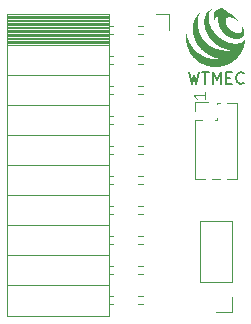
<source format=gbr>
%TF.GenerationSoftware,KiCad,Pcbnew,8.0.3*%
%TF.CreationDate,2024-06-30T20:41:51+08:00*%
%TF.ProjectId,WT_Jlink_Adapter,57545f4a-6c69-46e6-9b5f-416461707465,rev?*%
%TF.SameCoordinates,Original*%
%TF.FileFunction,Legend,Top*%
%TF.FilePolarity,Positive*%
%FSLAX46Y46*%
G04 Gerber Fmt 4.6, Leading zero omitted, Abs format (unit mm)*
G04 Created by KiCad (PCBNEW 8.0.3) date 2024-06-30 20:41:51*
%MOMM*%
%LPD*%
G01*
G04 APERTURE LIST*
%ADD10C,0.100000*%
%ADD11C,0.200000*%
%ADD12C,0.120000*%
%ADD13C,0.000000*%
G04 APERTURE END LIST*
D10*
X116757419Y-95288306D02*
X116757419Y-95859734D01*
X116757419Y-95574020D02*
X115757419Y-95574020D01*
X115757419Y-95574020D02*
X115900276Y-95669258D01*
X115900276Y-95669258D02*
X115995514Y-95764496D01*
X115995514Y-95764496D02*
X116043133Y-95859734D01*
D11*
X115381435Y-93584219D02*
X115619530Y-94584219D01*
X115619530Y-94584219D02*
X115810006Y-93869933D01*
X115810006Y-93869933D02*
X116000482Y-94584219D01*
X116000482Y-94584219D02*
X116238578Y-93584219D01*
X116476673Y-93584219D02*
X117048101Y-93584219D01*
X116762387Y-94584219D02*
X116762387Y-93584219D01*
X117381435Y-94584219D02*
X117381435Y-93584219D01*
X117381435Y-93584219D02*
X117714768Y-94298504D01*
X117714768Y-94298504D02*
X118048101Y-93584219D01*
X118048101Y-93584219D02*
X118048101Y-94584219D01*
X118524292Y-94060409D02*
X118857625Y-94060409D01*
X119000482Y-94584219D02*
X118524292Y-94584219D01*
X118524292Y-94584219D02*
X118524292Y-93584219D01*
X118524292Y-93584219D02*
X119000482Y-93584219D01*
X120000482Y-94488980D02*
X119952863Y-94536600D01*
X119952863Y-94536600D02*
X119810006Y-94584219D01*
X119810006Y-94584219D02*
X119714768Y-94584219D01*
X119714768Y-94584219D02*
X119571911Y-94536600D01*
X119571911Y-94536600D02*
X119476673Y-94441361D01*
X119476673Y-94441361D02*
X119429054Y-94346123D01*
X119429054Y-94346123D02*
X119381435Y-94155647D01*
X119381435Y-94155647D02*
X119381435Y-94012790D01*
X119381435Y-94012790D02*
X119429054Y-93822314D01*
X119429054Y-93822314D02*
X119476673Y-93727076D01*
X119476673Y-93727076D02*
X119571911Y-93631838D01*
X119571911Y-93631838D02*
X119714768Y-93584219D01*
X119714768Y-93584219D02*
X119810006Y-93584219D01*
X119810006Y-93584219D02*
X119952863Y-93631838D01*
X119952863Y-93631838D02*
X120000482Y-93679457D01*
D12*
%TO.C,J1*%
X99937000Y-88688000D02*
X99937000Y-114208000D01*
X99937000Y-88688000D02*
X108567000Y-88688000D01*
X99937000Y-88808000D02*
X108567000Y-88808000D01*
X99937000Y-88926095D02*
X108567000Y-88926095D01*
X99937000Y-89044190D02*
X108567000Y-89044190D01*
X99937000Y-89162285D02*
X108567000Y-89162285D01*
X99937000Y-89280380D02*
X108567000Y-89280380D01*
X99937000Y-89398475D02*
X108567000Y-89398475D01*
X99937000Y-89516570D02*
X108567000Y-89516570D01*
X99937000Y-89634665D02*
X108567000Y-89634665D01*
X99937000Y-89752760D02*
X108567000Y-89752760D01*
X99937000Y-89870855D02*
X108567000Y-89870855D01*
X99937000Y-89988950D02*
X108567000Y-89988950D01*
X99937000Y-90107045D02*
X108567000Y-90107045D01*
X99937000Y-90225140D02*
X108567000Y-90225140D01*
X99937000Y-90343235D02*
X108567000Y-90343235D01*
X99937000Y-90461330D02*
X108567000Y-90461330D01*
X99937000Y-90579425D02*
X108567000Y-90579425D01*
X99937000Y-90697520D02*
X108567000Y-90697520D01*
X99937000Y-90815615D02*
X108567000Y-90815615D01*
X99937000Y-90933710D02*
X108567000Y-90933710D01*
X99937000Y-91051805D02*
X108567000Y-91051805D01*
X99937000Y-91169900D02*
X108567000Y-91169900D01*
X99937000Y-91288000D02*
X108567000Y-91288000D01*
X99937000Y-93828000D02*
X108567000Y-93828000D01*
X99937000Y-96368000D02*
X108567000Y-96368000D01*
X99937000Y-98908000D02*
X108567000Y-98908000D01*
X99937000Y-101448000D02*
X108567000Y-101448000D01*
X99937000Y-103988000D02*
X108567000Y-103988000D01*
X99937000Y-106528000D02*
X108567000Y-106528000D01*
X99937000Y-109068000D02*
X108567000Y-109068000D01*
X99937000Y-111608000D02*
X108567000Y-111608000D01*
X99937000Y-114208000D02*
X108567000Y-114208000D01*
X108567000Y-88688000D02*
X108567000Y-114208000D01*
X108567000Y-89658000D02*
X108977000Y-89658000D01*
X108567000Y-90378000D02*
X108977000Y-90378000D01*
X108567000Y-92198000D02*
X108977000Y-92198000D01*
X108567000Y-92918000D02*
X108977000Y-92918000D01*
X108567000Y-94738000D02*
X108977000Y-94738000D01*
X108567000Y-95458000D02*
X108977000Y-95458000D01*
X108567000Y-97278000D02*
X108977000Y-97278000D01*
X108567000Y-97998000D02*
X108977000Y-97998000D01*
X108567000Y-99818000D02*
X108977000Y-99818000D01*
X108567000Y-100538000D02*
X108977000Y-100538000D01*
X108567000Y-102358000D02*
X108977000Y-102358000D01*
X108567000Y-103078000D02*
X108977000Y-103078000D01*
X108567000Y-104898000D02*
X108977000Y-104898000D01*
X108567000Y-105618000D02*
X108977000Y-105618000D01*
X108567000Y-107438000D02*
X108977000Y-107438000D01*
X108567000Y-108158000D02*
X108977000Y-108158000D01*
X108567000Y-109978000D02*
X108977000Y-109978000D01*
X108567000Y-110698000D02*
X108977000Y-110698000D01*
X108567000Y-112518000D02*
X108977000Y-112518000D01*
X108567000Y-113238000D02*
X108977000Y-113238000D01*
X111077000Y-89658000D02*
X111457000Y-89658000D01*
X111077000Y-90378000D02*
X111457000Y-90378000D01*
X111077000Y-92198000D02*
X111517000Y-92198000D01*
X111077000Y-92918000D02*
X111517000Y-92918000D01*
X111077000Y-94738000D02*
X111517000Y-94738000D01*
X111077000Y-95458000D02*
X111517000Y-95458000D01*
X111077000Y-97278000D02*
X111517000Y-97278000D01*
X111077000Y-97998000D02*
X111517000Y-97998000D01*
X111077000Y-99818000D02*
X111517000Y-99818000D01*
X111077000Y-100538000D02*
X111517000Y-100538000D01*
X111077000Y-102358000D02*
X111517000Y-102358000D01*
X111077000Y-103078000D02*
X111517000Y-103078000D01*
X111077000Y-104898000D02*
X111517000Y-104898000D01*
X111077000Y-105618000D02*
X111517000Y-105618000D01*
X111077000Y-107438000D02*
X111517000Y-107438000D01*
X111077000Y-108158000D02*
X111517000Y-108158000D01*
X111077000Y-109978000D02*
X111517000Y-109978000D01*
X111077000Y-110698000D02*
X111517000Y-110698000D01*
X111077000Y-112518000D02*
X111517000Y-112518000D01*
X111077000Y-113238000D02*
X111517000Y-113238000D01*
X112567000Y-88688000D02*
X113677000Y-88688000D01*
X113677000Y-88688000D02*
X113677000Y-90018000D01*
D13*
%TO.C,LOGO1*%
G36*
X118082515Y-88153544D02*
G01*
X118101414Y-88154756D01*
X118113301Y-88156559D01*
X118115993Y-88157825D01*
X118122916Y-88161665D01*
X118136553Y-88165357D01*
X118141563Y-88166263D01*
X118158407Y-88169731D01*
X118171656Y-88173767D01*
X118173631Y-88174644D01*
X118184932Y-88179328D01*
X118201106Y-88184979D01*
X118205333Y-88186325D01*
X118248551Y-88203009D01*
X118296773Y-88227416D01*
X118348183Y-88258494D01*
X118400964Y-88295196D01*
X118423229Y-88312133D01*
X118446440Y-88331426D01*
X118473666Y-88355908D01*
X118502904Y-88383590D01*
X118532149Y-88412484D01*
X118559399Y-88440599D01*
X118582650Y-88465949D01*
X118599898Y-88486544D01*
X118602790Y-88490378D01*
X118610152Y-88499368D01*
X118619181Y-88507735D01*
X118631462Y-88516465D01*
X118648582Y-88526545D01*
X118672126Y-88538960D01*
X118703682Y-88554696D01*
X118715710Y-88560584D01*
X118751527Y-88578475D01*
X118789301Y-88598040D01*
X118825767Y-88617541D01*
X118857658Y-88635242D01*
X118875041Y-88645349D01*
X118903706Y-88662491D01*
X118924790Y-88675151D01*
X118940238Y-88684571D01*
X118951993Y-88691991D01*
X118961999Y-88698651D01*
X118972200Y-88705793D01*
X118984541Y-88714656D01*
X118991489Y-88719666D01*
X119009979Y-88732955D01*
X119026341Y-88744655D01*
X119037302Y-88752424D01*
X119037980Y-88752898D01*
X119045965Y-88759023D01*
X119060858Y-88770952D01*
X119081038Y-88787368D01*
X119104885Y-88806952D01*
X119127555Y-88825712D01*
X119188681Y-88878409D01*
X119249458Y-88934451D01*
X119307023Y-88991091D01*
X119358513Y-89045583D01*
X119369640Y-89058025D01*
X119385620Y-89076667D01*
X119404274Y-89099305D01*
X119424390Y-89124368D01*
X119444758Y-89150284D01*
X119464169Y-89175482D01*
X119481412Y-89198391D01*
X119495277Y-89217440D01*
X119504555Y-89231058D01*
X119508034Y-89237674D01*
X119508036Y-89237722D01*
X119504229Y-89241690D01*
X119495176Y-89239972D01*
X119486326Y-89234503D01*
X119476391Y-89227352D01*
X119459005Y-89216016D01*
X119436360Y-89201836D01*
X119410648Y-89186148D01*
X119384059Y-89170291D01*
X119358785Y-89155604D01*
X119338666Y-89144324D01*
X119313799Y-89131019D01*
X119285282Y-89116229D01*
X119254842Y-89100797D01*
X119224208Y-89085566D01*
X119195108Y-89071381D01*
X119169268Y-89059085D01*
X119148418Y-89049522D01*
X119134285Y-89043536D01*
X119128916Y-89041888D01*
X119118176Y-89038750D01*
X119116166Y-89037337D01*
X119106028Y-89031565D01*
X119087265Y-89023564D01*
X119061970Y-89014035D01*
X119032235Y-89003679D01*
X119000152Y-88993196D01*
X118967815Y-88983289D01*
X118937315Y-88974660D01*
X118910746Y-88968008D01*
X118906502Y-88967066D01*
X118870635Y-88961339D01*
X118829036Y-88957965D01*
X118784903Y-88956920D01*
X118741435Y-88958179D01*
X118701832Y-88961719D01*
X118669292Y-88967515D01*
X118664056Y-88968902D01*
X118617277Y-88987238D01*
X118576082Y-89013494D01*
X118541667Y-89046436D01*
X118515226Y-89084827D01*
X118497955Y-89127433D01*
X118493990Y-89144769D01*
X118490166Y-89160585D01*
X118485699Y-89172035D01*
X118484686Y-89173589D01*
X118481896Y-89182879D01*
X118480028Y-89201046D01*
X118479044Y-89225895D01*
X118478902Y-89255235D01*
X118479562Y-89286872D01*
X118480985Y-89318613D01*
X118483130Y-89348266D01*
X118485958Y-89373637D01*
X118488626Y-89389111D01*
X118498395Y-89432254D01*
X118507336Y-89467496D01*
X118516331Y-89497915D01*
X118526263Y-89526586D01*
X118533211Y-89544666D01*
X118538821Y-89558928D01*
X118546531Y-89578656D01*
X118552762Y-89594666D01*
X118560930Y-89613214D01*
X118573332Y-89638414D01*
X118588447Y-89667413D01*
X118604752Y-89697360D01*
X118620723Y-89725404D01*
X118634838Y-89748692D01*
X118635888Y-89750337D01*
X118647872Y-89767659D01*
X118665137Y-89790888D01*
X118685703Y-89817522D01*
X118707591Y-89845057D01*
X118728820Y-89870990D01*
X118747411Y-89892819D01*
X118757067Y-89903541D01*
X118774124Y-89920877D01*
X118796665Y-89942485D01*
X118821652Y-89965508D01*
X118844173Y-89985470D01*
X118865939Y-90004354D01*
X118885527Y-90021402D01*
X118900946Y-90034878D01*
X118910205Y-90043044D01*
X118910840Y-90043614D01*
X118919818Y-90050609D01*
X118935773Y-90062048D01*
X118956353Y-90076340D01*
X118979206Y-90091895D01*
X119001981Y-90107119D01*
X119022325Y-90120422D01*
X119037887Y-90130213D01*
X119044317Y-90133936D01*
X119054379Y-90139490D01*
X119070831Y-90148784D01*
X119090447Y-90159993D01*
X119094317Y-90162218D01*
X119118862Y-90175555D01*
X119148038Y-90190160D01*
X119179916Y-90205200D01*
X119212568Y-90219844D01*
X119244067Y-90233261D01*
X119272483Y-90244619D01*
X119295889Y-90253086D01*
X119312356Y-90257832D01*
X119317724Y-90258555D01*
X119329302Y-90260790D01*
X119333388Y-90263062D01*
X119340994Y-90266303D01*
X119356516Y-90270914D01*
X119376984Y-90276038D01*
X119383111Y-90277428D01*
X119407994Y-90283034D01*
X119432250Y-90288643D01*
X119451032Y-90293130D01*
X119452555Y-90293507D01*
X119469598Y-90296163D01*
X119494673Y-90298066D01*
X119525340Y-90299229D01*
X119559157Y-90299668D01*
X119593684Y-90299397D01*
X119626480Y-90298433D01*
X119655104Y-90296789D01*
X119677115Y-90294482D01*
X119688666Y-90292055D01*
X119721473Y-90280865D01*
X119745961Y-90271754D01*
X119764427Y-90263518D01*
X119779167Y-90254953D01*
X119792478Y-90244856D01*
X119806655Y-90232022D01*
X119810859Y-90228000D01*
X119836308Y-90200874D01*
X119855982Y-90173170D01*
X119870884Y-90142579D01*
X119882019Y-90106792D01*
X119890390Y-90063499D01*
X119894061Y-90036624D01*
X119897788Y-89985259D01*
X119896567Y-89930571D01*
X119890229Y-89871055D01*
X119878606Y-89805201D01*
X119861528Y-89731503D01*
X119858624Y-89720209D01*
X119852469Y-89697714D01*
X119846670Y-89678534D01*
X119842212Y-89665867D01*
X119841186Y-89663629D01*
X119836606Y-89650681D01*
X119836729Y-89640304D01*
X119841183Y-89636333D01*
X119845029Y-89641065D01*
X119852740Y-89654096D01*
X119863437Y-89673679D01*
X119876237Y-89698067D01*
X119890262Y-89725512D01*
X119904631Y-89754268D01*
X119918462Y-89782586D01*
X119930876Y-89808720D01*
X119940992Y-89830923D01*
X119947930Y-89847446D01*
X119948970Y-89850222D01*
X119971856Y-89914915D01*
X119990547Y-89971266D01*
X120005428Y-90021055D01*
X120016888Y-90066062D01*
X120025311Y-90108066D01*
X120031086Y-90148847D01*
X120034597Y-90190187D01*
X120036233Y-90233863D01*
X120036452Y-90253000D01*
X120035588Y-90308447D01*
X120031997Y-90355911D01*
X120025116Y-90398307D01*
X120014386Y-90438550D01*
X119999243Y-90479553D01*
X119987754Y-90505848D01*
X119976231Y-90527033D01*
X119960002Y-90551663D01*
X119940931Y-90577408D01*
X119920885Y-90601939D01*
X119901728Y-90622923D01*
X119885325Y-90638031D01*
X119877880Y-90643143D01*
X119866418Y-90649985D01*
X119849776Y-90660529D01*
X119835132Y-90670125D01*
X119814305Y-90683506D01*
X119792572Y-90696720D01*
X119780289Y-90703761D01*
X119763356Y-90712146D01*
X119741293Y-90721797D01*
X119716829Y-90731673D01*
X119692697Y-90740733D01*
X119671625Y-90747936D01*
X119656345Y-90752241D01*
X119651148Y-90753000D01*
X119638777Y-90755019D01*
X119629205Y-90758092D01*
X119605541Y-90765048D01*
X119572825Y-90771088D01*
X119533088Y-90776067D01*
X119488363Y-90779839D01*
X119440681Y-90782261D01*
X119392074Y-90783187D01*
X119344575Y-90782473D01*
X119310888Y-90780773D01*
X119252760Y-90775218D01*
X119191845Y-90766590D01*
X119132339Y-90755602D01*
X119078438Y-90742965D01*
X119063666Y-90738865D01*
X119043305Y-90733044D01*
X119024613Y-90727835D01*
X119016444Y-90725634D01*
X118995734Y-90719449D01*
X118968096Y-90710153D01*
X118936848Y-90698937D01*
X118905307Y-90686991D01*
X118877555Y-90675824D01*
X118851232Y-90664412D01*
X118821199Y-90650747D01*
X118789647Y-90635895D01*
X118758765Y-90620922D01*
X118730743Y-90606896D01*
X118707770Y-90594884D01*
X118692036Y-90585952D01*
X118688781Y-90583845D01*
X118674799Y-90574482D01*
X118663313Y-90567222D01*
X118662748Y-90566888D01*
X118653169Y-90561291D01*
X118637535Y-90552170D01*
X118620966Y-90542511D01*
X118591776Y-90524040D01*
X118556769Y-90499540D01*
X118518121Y-90470704D01*
X118478004Y-90439225D01*
X118438592Y-90406794D01*
X118402060Y-90375104D01*
X118380333Y-90355182D01*
X118364179Y-90340031D01*
X118347922Y-90324891D01*
X118344059Y-90321316D01*
X118311330Y-90288850D01*
X118274903Y-90248866D01*
X118236500Y-90203548D01*
X118197842Y-90155078D01*
X118160651Y-90105638D01*
X118126650Y-90057410D01*
X118097560Y-90012577D01*
X118088449Y-89997393D01*
X118080179Y-89984902D01*
X118076114Y-89979610D01*
X118071053Y-89971446D01*
X118062171Y-89955043D01*
X118050362Y-89932222D01*
X118036521Y-89904802D01*
X118021541Y-89874606D01*
X118006317Y-89843454D01*
X117991744Y-89813167D01*
X117978716Y-89785566D01*
X117968126Y-89762473D01*
X117960870Y-89745708D01*
X117959365Y-89741888D01*
X117943812Y-89700467D01*
X117931682Y-89667676D01*
X117922365Y-89641790D01*
X117915254Y-89621086D01*
X117909738Y-89603838D01*
X117905430Y-89589111D01*
X117899648Y-89568826D01*
X117894365Y-89550958D01*
X117891536Y-89541888D01*
X117888526Y-89531097D01*
X117883649Y-89511765D01*
X117877452Y-89486194D01*
X117870481Y-89456691D01*
X117863281Y-89425558D01*
X117856398Y-89395100D01*
X117851780Y-89374116D01*
X117839127Y-89304147D01*
X117830548Y-89236333D01*
X117827486Y-89207631D01*
X117823883Y-89174203D01*
X117820421Y-89142367D01*
X117819760Y-89136333D01*
X117817800Y-89112620D01*
X117816104Y-89080991D01*
X117814797Y-89044639D01*
X117814002Y-89006758D01*
X117813817Y-88982494D01*
X117813408Y-88940073D01*
X117812327Y-88908517D01*
X117810578Y-88887897D01*
X117808166Y-88878283D01*
X117807581Y-88877672D01*
X117802346Y-88876234D01*
X117794356Y-88877757D01*
X117782112Y-88882918D01*
X117764115Y-88892391D01*
X117738866Y-88906854D01*
X117725680Y-88914613D01*
X117687449Y-88942307D01*
X117649440Y-88979444D01*
X117612882Y-89024405D01*
X117579008Y-89075568D01*
X117549048Y-89131311D01*
X117532158Y-89169474D01*
X117526602Y-89183171D01*
X117516800Y-89168211D01*
X117507676Y-89150129D01*
X117499729Y-89124872D01*
X117492386Y-89090570D01*
X117491621Y-89086333D01*
X117487842Y-89065561D01*
X117483350Y-89041459D01*
X117481322Y-89030777D01*
X117474361Y-88990242D01*
X117469338Y-88950387D01*
X117466026Y-88908302D01*
X117464199Y-88861077D01*
X117463629Y-88805803D01*
X117463629Y-88803640D01*
X117464230Y-88748047D01*
X117466203Y-88701501D01*
X117469872Y-88661984D01*
X117475557Y-88627481D01*
X117483581Y-88595977D01*
X117494265Y-88565456D01*
X117506004Y-88538066D01*
X117513181Y-88522002D01*
X117517981Y-88510466D01*
X117519222Y-88506680D01*
X117522585Y-88499019D01*
X117531588Y-88485124D01*
X117544599Y-88467165D01*
X117559986Y-88447309D01*
X117576119Y-88427726D01*
X117591365Y-88410584D01*
X117592123Y-88409778D01*
X117639218Y-88367756D01*
X117693302Y-88334112D01*
X117754717Y-88308649D01*
X117780333Y-88301000D01*
X117801892Y-88296681D01*
X117831780Y-88292786D01*
X117867214Y-88289586D01*
X117905414Y-88287354D01*
X117928078Y-88286602D01*
X117933993Y-88284481D01*
X117940800Y-88277459D01*
X117949425Y-88264142D01*
X117960796Y-88243137D01*
X117972522Y-88219800D01*
X118005333Y-88153267D01*
X118059172Y-88153133D01*
X118082515Y-88153544D01*
G37*
G36*
X117315802Y-88254070D02*
G01*
X117319222Y-88258555D01*
X117315265Y-88263952D01*
X117314035Y-88264111D01*
X117308188Y-88267726D01*
X117296141Y-88277563D01*
X117279667Y-88292105D01*
X117261122Y-88309289D01*
X117211516Y-88362954D01*
X117167220Y-88424402D01*
X117130262Y-88490802D01*
X117128424Y-88494666D01*
X117118332Y-88515913D01*
X117109541Y-88534133D01*
X117103489Y-88546356D01*
X117102236Y-88548757D01*
X117097689Y-88562227D01*
X117097000Y-88568480D01*
X117094640Y-88579957D01*
X117092383Y-88583833D01*
X117088430Y-88592255D01*
X117082568Y-88609984D01*
X117075257Y-88635470D01*
X117066958Y-88667166D01*
X117063576Y-88680777D01*
X117051503Y-88742826D01*
X117043350Y-88813466D01*
X117039234Y-88890849D01*
X117039272Y-88973126D01*
X117041559Y-89028000D01*
X117043590Y-89059825D01*
X117045988Y-89089591D01*
X117049026Y-89119637D01*
X117052978Y-89152302D01*
X117058118Y-89189924D01*
X117064720Y-89234845D01*
X117069164Y-89264111D01*
X117081856Y-89335409D01*
X117098554Y-89411510D01*
X117118157Y-89487996D01*
X117139566Y-89560447D01*
X117152848Y-89600222D01*
X117159874Y-89620901D01*
X117165924Y-89639892D01*
X117168908Y-89650222D01*
X117173791Y-89665060D01*
X117181383Y-89684266D01*
X117185939Y-89694666D01*
X117193944Y-89712484D01*
X117200528Y-89727640D01*
X117202963Y-89733555D01*
X117214476Y-89760484D01*
X117230536Y-89794488D01*
X117249885Y-89833164D01*
X117271265Y-89874115D01*
X117293417Y-89914938D01*
X117315084Y-89953234D01*
X117335008Y-89986603D01*
X117338672Y-89992472D01*
X117373785Y-90046565D01*
X117409658Y-90098265D01*
X117447403Y-90148917D01*
X117488134Y-90199866D01*
X117532961Y-90252456D01*
X117582998Y-90308033D01*
X117639357Y-90367943D01*
X117703151Y-90433528D01*
X117705130Y-90435536D01*
X117776269Y-90506360D01*
X117841683Y-90568725D01*
X117902053Y-90623249D01*
X117958060Y-90670552D01*
X117999777Y-90703305D01*
X118016460Y-90715586D01*
X118037479Y-90730553D01*
X118061026Y-90746978D01*
X118085293Y-90763635D01*
X118108471Y-90779294D01*
X118128753Y-90792730D01*
X118144330Y-90802714D01*
X118153393Y-90808018D01*
X118154815Y-90808555D01*
X118160770Y-90811301D01*
X118173199Y-90818452D01*
X118187169Y-90827056D01*
X118204048Y-90837491D01*
X118218010Y-90845714D01*
X118224777Y-90849326D01*
X118235121Y-90854733D01*
X118248945Y-90862756D01*
X118249948Y-90863365D01*
X118275165Y-90877762D01*
X118308692Y-90895432D01*
X118348562Y-90915431D01*
X118392806Y-90936815D01*
X118439453Y-90958640D01*
X118486537Y-90979961D01*
X118532088Y-90999835D01*
X118552555Y-91008469D01*
X118600811Y-91027579D01*
X118656493Y-91047979D01*
X118716190Y-91068510D01*
X118776491Y-91088013D01*
X118833983Y-91105327D01*
X118855333Y-91111354D01*
X118875627Y-91117071D01*
X118893499Y-91122301D01*
X118902555Y-91125104D01*
X118915726Y-91128660D01*
X118937387Y-91133665D01*
X118965094Y-91139600D01*
X118996402Y-91145945D01*
X119028866Y-91152179D01*
X119035888Y-91153478D01*
X119059565Y-91158027D01*
X119084178Y-91163056D01*
X119093567Y-91165079D01*
X119124764Y-91170513D01*
X119164677Y-91175245D01*
X119210928Y-91179177D01*
X119261138Y-91182211D01*
X119312929Y-91184249D01*
X119363923Y-91185195D01*
X119411741Y-91184949D01*
X119454005Y-91183414D01*
X119483111Y-91181096D01*
X119512248Y-91177780D01*
X119537114Y-91174468D01*
X119560562Y-91170632D01*
X119585444Y-91165744D01*
X119614613Y-91159278D01*
X119650920Y-91150705D01*
X119662277Y-91147971D01*
X119684669Y-91141394D01*
X119713643Y-91131194D01*
X119745811Y-91118651D01*
X119777784Y-91105046D01*
X119787401Y-91100686D01*
X119831206Y-91077508D01*
X119876901Y-91048109D01*
X119921440Y-91014786D01*
X119961779Y-90979835D01*
X119994872Y-90945553D01*
X119998009Y-90941837D01*
X120027917Y-90902417D01*
X120057258Y-90857600D01*
X120083236Y-90811898D01*
X120099816Y-90777511D01*
X120110649Y-90753882D01*
X120118933Y-90739473D01*
X120125035Y-90734610D01*
X120129320Y-90739616D01*
X120132156Y-90754818D01*
X120133907Y-90780540D01*
X120134765Y-90808555D01*
X120134556Y-90868450D01*
X120131071Y-90928584D01*
X120124027Y-90991515D01*
X120113147Y-91059801D01*
X120099833Y-91128000D01*
X120093709Y-91157352D01*
X120087962Y-91184975D01*
X120083210Y-91207894D01*
X120080070Y-91223140D01*
X120079912Y-91223912D01*
X120075551Y-91241358D01*
X120070644Y-91255586D01*
X120069375Y-91258269D01*
X120064807Y-91272431D01*
X120063666Y-91282928D01*
X120061504Y-91299613D01*
X120058487Y-91309683D01*
X120054195Y-91321888D01*
X120048448Y-91340270D01*
X120043933Y-91355777D01*
X120038539Y-91374050D01*
X120030979Y-91398471D01*
X120022063Y-91426555D01*
X120012600Y-91455815D01*
X120003398Y-91483768D01*
X119995267Y-91507926D01*
X119989015Y-91525805D01*
X119986065Y-91533555D01*
X119982140Y-91543059D01*
X119975098Y-91560258D01*
X119966004Y-91582551D01*
X119957683Y-91603000D01*
X119926082Y-91676344D01*
X119889652Y-91753354D01*
X119849896Y-91831200D01*
X119808316Y-91907053D01*
X119766415Y-91978082D01*
X119725694Y-92041460D01*
X119722000Y-92046894D01*
X119709318Y-92065127D01*
X119693127Y-92087928D01*
X119674702Y-92113554D01*
X119655316Y-92140264D01*
X119636243Y-92166316D01*
X119618759Y-92189968D01*
X119604136Y-92209478D01*
X119593650Y-92223104D01*
X119589044Y-92228653D01*
X119582945Y-92235771D01*
X119572103Y-92249066D01*
X119558617Y-92265960D01*
X119555333Y-92270119D01*
X119536183Y-92292841D01*
X119510118Y-92321455D01*
X119478590Y-92354542D01*
X119443051Y-92390684D01*
X119404953Y-92428461D01*
X119365749Y-92466456D01*
X119326890Y-92503250D01*
X119289830Y-92537425D01*
X119256020Y-92567560D01*
X119226912Y-92592239D01*
X119219222Y-92598440D01*
X119178930Y-92629857D01*
X119136544Y-92661876D01*
X119093492Y-92693496D01*
X119051206Y-92723717D01*
X119011115Y-92751541D01*
X118974650Y-92775968D01*
X118943240Y-92795998D01*
X118918315Y-92810631D01*
X118908111Y-92815911D01*
X118899270Y-92820641D01*
X118884170Y-92829172D01*
X118866444Y-92839444D01*
X118846459Y-92850715D01*
X118820701Y-92864626D01*
X118793372Y-92878923D01*
X118780333Y-92885563D01*
X118757281Y-92897250D01*
X118737006Y-92907670D01*
X118722164Y-92915450D01*
X118716444Y-92918583D01*
X118705352Y-92924359D01*
X118688211Y-92932567D01*
X118667614Y-92942049D01*
X118646158Y-92951648D01*
X118626435Y-92960206D01*
X118611041Y-92966566D01*
X118602571Y-92969570D01*
X118601930Y-92969666D01*
X118594686Y-92971783D01*
X118580780Y-92977253D01*
X118567985Y-92982784D01*
X118545586Y-92992691D01*
X118526827Y-93000595D01*
X118508621Y-93007664D01*
X118487876Y-93015066D01*
X118461503Y-93023966D01*
X118441507Y-93030574D01*
X118369808Y-93053590D01*
X118306404Y-93072653D01*
X118249421Y-93088295D01*
X118196986Y-93101045D01*
X118177555Y-93105307D01*
X118141578Y-93112881D01*
X118112988Y-93118663D01*
X118088325Y-93123288D01*
X118064133Y-93127389D01*
X118036954Y-93131602D01*
X118022000Y-93133824D01*
X117995293Y-93137990D01*
X117971031Y-93142186D01*
X117952329Y-93145852D01*
X117943827Y-93147915D01*
X117934638Y-93149042D01*
X117915932Y-93150027D01*
X117888933Y-93150872D01*
X117854868Y-93151576D01*
X117814960Y-93152141D01*
X117770436Y-93152568D01*
X117722520Y-93152857D01*
X117672438Y-93153011D01*
X117621415Y-93153028D01*
X117570677Y-93152911D01*
X117521448Y-93152661D01*
X117474953Y-93152278D01*
X117432419Y-93151763D01*
X117395069Y-93151117D01*
X117364130Y-93150342D01*
X117340827Y-93149437D01*
X117326384Y-93148405D01*
X117322000Y-93147444D01*
X117314666Y-93143797D01*
X117301013Y-93141955D01*
X117298061Y-93141900D01*
X117278880Y-93140566D01*
X117250725Y-93136796D01*
X117215370Y-93130959D01*
X117174592Y-93123424D01*
X117130167Y-93114561D01*
X117083870Y-93104738D01*
X117037478Y-93094326D01*
X116992766Y-93083694D01*
X116951510Y-93073211D01*
X116915486Y-93063246D01*
X116905333Y-93060220D01*
X116883153Y-93053311D01*
X116857631Y-93045123D01*
X116831731Y-93036635D01*
X116808420Y-93028826D01*
X116790663Y-93022674D01*
X116783111Y-93019873D01*
X116770820Y-93015074D01*
X116754158Y-93008685D01*
X116749777Y-93007022D01*
X116592922Y-92941985D01*
X116442805Y-92868220D01*
X116298955Y-92785450D01*
X116160901Y-92693402D01*
X116028173Y-92591801D01*
X116006912Y-92574233D01*
X115934857Y-92510901D01*
X115861020Y-92440084D01*
X115788042Y-92364493D01*
X115718565Y-92286835D01*
X115671761Y-92230626D01*
X115605930Y-92146059D01*
X115547123Y-92064176D01*
X115493430Y-91981973D01*
X115442943Y-91896447D01*
X115393754Y-91804592D01*
X115366530Y-91750222D01*
X115332278Y-91678300D01*
X115302955Y-91612033D01*
X115277112Y-91547974D01*
X115253301Y-91482678D01*
X115249774Y-91472444D01*
X115243440Y-91454249D01*
X115237926Y-91438939D01*
X115235888Y-91433555D01*
X115231853Y-91421753D01*
X115225681Y-91401850D01*
X115218140Y-91376472D01*
X115209997Y-91348244D01*
X115202018Y-91319790D01*
X115194971Y-91293735D01*
X115194485Y-91291888D01*
X115188632Y-91269732D01*
X115183065Y-91248885D01*
X115179664Y-91236333D01*
X115176173Y-91222484D01*
X115171180Y-91201234D01*
X115165489Y-91176053D01*
X115162255Y-91161333D01*
X115159908Y-91150186D01*
X115157880Y-91139328D01*
X115156145Y-91127872D01*
X115154675Y-91114932D01*
X115153442Y-91099622D01*
X115152419Y-91081057D01*
X115151577Y-91058350D01*
X115150891Y-91030616D01*
X115150331Y-90996967D01*
X115149871Y-90956519D01*
X115149482Y-90908386D01*
X115149138Y-90851681D01*
X115148810Y-90785519D01*
X115148518Y-90719868D01*
X115148223Y-90639096D01*
X115148086Y-90569001D01*
X115148113Y-90509150D01*
X115148309Y-90459111D01*
X115148678Y-90418449D01*
X115149227Y-90386733D01*
X115149959Y-90363529D01*
X115150880Y-90348404D01*
X115151996Y-90340926D01*
X115152937Y-90340048D01*
X115156769Y-90348461D01*
X115160675Y-90364300D01*
X115163444Y-90381513D01*
X115169533Y-90417666D01*
X115179629Y-90462303D01*
X115193222Y-90513756D01*
X115209803Y-90570358D01*
X115228863Y-90630440D01*
X115249891Y-90692335D01*
X115272379Y-90754375D01*
X115295817Y-90814892D01*
X115295848Y-90814969D01*
X115305389Y-90838520D01*
X115314455Y-90860264D01*
X115324477Y-90883551D01*
X115336887Y-90911729D01*
X115345362Y-90930777D01*
X115353575Y-90948472D01*
X115365199Y-90972520D01*
X115379398Y-91001290D01*
X115395342Y-91033152D01*
X115412196Y-91066474D01*
X115429128Y-91099627D01*
X115445306Y-91130979D01*
X115459895Y-91158899D01*
X115472064Y-91181757D01*
X115480979Y-91197922D01*
X115485807Y-91205764D01*
X115485818Y-91205777D01*
X115490826Y-91213466D01*
X115499013Y-91227407D01*
X115505578Y-91239111D01*
X115523272Y-91269271D01*
X115546669Y-91306155D01*
X115574466Y-91347863D01*
X115605360Y-91392494D01*
X115638046Y-91438149D01*
X115671222Y-91482926D01*
X115687186Y-91503872D01*
X115705256Y-91527259D01*
X115720591Y-91546793D01*
X115734602Y-91564093D01*
X115748699Y-91580782D01*
X115764291Y-91598480D01*
X115782790Y-91618810D01*
X115805606Y-91643393D01*
X115834148Y-91673850D01*
X115845909Y-91686364D01*
X115919704Y-91761924D01*
X115994485Y-91832315D01*
X116073192Y-91900151D01*
X116158762Y-91968050D01*
X116183111Y-91986497D01*
X116209707Y-92006477D01*
X116229288Y-92021159D01*
X116243743Y-92031893D01*
X116254960Y-92040027D01*
X116264829Y-92046910D01*
X116275239Y-92053891D01*
X116288078Y-92062318D01*
X116302679Y-92071865D01*
X116324717Y-92086334D01*
X116346190Y-92100499D01*
X116363228Y-92111807D01*
X116366444Y-92113956D01*
X116394172Y-92131516D01*
X116429857Y-92152558D01*
X116471355Y-92175943D01*
X116516518Y-92200526D01*
X116563204Y-92225166D01*
X116609265Y-92248721D01*
X116652557Y-92270049D01*
X116690935Y-92288008D01*
X116705333Y-92294384D01*
X116719789Y-92300945D01*
X116738992Y-92310030D01*
X116751679Y-92316191D01*
X116768752Y-92324053D01*
X116782312Y-92329349D01*
X116788135Y-92330777D01*
X116797028Y-92333055D01*
X116811241Y-92338770D01*
X116816936Y-92341418D01*
X116840331Y-92351567D01*
X116872727Y-92363916D01*
X116912376Y-92377862D01*
X116957528Y-92392799D01*
X117006436Y-92408123D01*
X117033111Y-92416145D01*
X117057256Y-92423315D01*
X117079196Y-92429857D01*
X117095446Y-92434731D01*
X117099777Y-92436043D01*
X117113745Y-92439885D01*
X117134060Y-92444990D01*
X117155333Y-92450022D01*
X117178504Y-92455448D01*
X117200603Y-92460831D01*
X117215554Y-92464665D01*
X117240685Y-92470580D01*
X117274514Y-92477303D01*
X117314688Y-92484468D01*
X117358858Y-92491705D01*
X117404671Y-92498646D01*
X117449776Y-92504924D01*
X117491822Y-92510168D01*
X117528458Y-92514011D01*
X117533111Y-92514424D01*
X117586812Y-92518222D01*
X117646662Y-92521015D01*
X117709989Y-92522782D01*
X117774119Y-92523503D01*
X117836380Y-92523158D01*
X117894098Y-92521726D01*
X117944601Y-92519186D01*
X117963666Y-92517728D01*
X118004482Y-92514026D01*
X118035191Y-92510809D01*
X118056776Y-92507887D01*
X118070220Y-92505076D01*
X118076507Y-92502187D01*
X118076620Y-92499033D01*
X118073854Y-92496756D01*
X118063123Y-92493311D01*
X118049777Y-92492020D01*
X118035540Y-92490761D01*
X118015318Y-92487525D01*
X117997000Y-92483780D01*
X117971242Y-92478129D01*
X117943552Y-92472351D01*
X117927555Y-92469177D01*
X117891700Y-92461719D01*
X117849153Y-92451952D01*
X117803850Y-92440815D01*
X117759725Y-92429249D01*
X117755333Y-92428052D01*
X117713824Y-92416642D01*
X117681518Y-92407637D01*
X117656883Y-92400576D01*
X117638385Y-92394999D01*
X117624492Y-92390446D01*
X117613672Y-92386455D01*
X117605333Y-92382981D01*
X117592338Y-92377979D01*
X117572355Y-92371065D01*
X117549044Y-92363490D01*
X117541444Y-92361120D01*
X117519687Y-92354039D01*
X117501910Y-92347561D01*
X117490882Y-92342725D01*
X117488944Y-92341447D01*
X117479171Y-92336959D01*
X117473818Y-92336333D01*
X117463545Y-92334091D01*
X117447441Y-92328312D01*
X117434651Y-92322808D01*
X117415866Y-92314447D01*
X117391099Y-92303835D01*
X117364696Y-92292824D01*
X117355333Y-92289000D01*
X117328458Y-92277494D01*
X117294359Y-92261981D01*
X117255301Y-92243576D01*
X117213551Y-92223394D01*
X117171374Y-92202552D01*
X117131038Y-92182166D01*
X117094807Y-92163350D01*
X117064948Y-92147221D01*
X117049777Y-92138557D01*
X116946243Y-92075719D01*
X116852806Y-92015611D01*
X116768901Y-91957842D01*
X116693961Y-91902025D01*
X116628004Y-91848269D01*
X116593130Y-91818243D01*
X116564422Y-91793070D01*
X116539484Y-91770521D01*
X116515917Y-91748372D01*
X116491324Y-91724394D01*
X116463308Y-91696361D01*
X116450727Y-91683637D01*
X116396037Y-91627534D01*
X116347991Y-91576582D01*
X116304832Y-91528659D01*
X116264803Y-91481645D01*
X116226146Y-91433418D01*
X116187104Y-91381859D01*
X116145919Y-91324845D01*
X116105411Y-91266888D01*
X116079750Y-91227876D01*
X116051393Y-91181578D01*
X116021772Y-91130593D01*
X115992319Y-91077521D01*
X115964467Y-91024960D01*
X115939646Y-90975510D01*
X115919291Y-90931768D01*
X115914065Y-90919666D01*
X115904947Y-90898224D01*
X115895776Y-90876929D01*
X115891393Y-90866888D01*
X115877892Y-90834714D01*
X115862883Y-90796467D01*
X115848118Y-90756695D01*
X115839957Y-90733555D01*
X115832209Y-90711151D01*
X115824870Y-90690092D01*
X115819629Y-90675222D01*
X115812967Y-90654639D01*
X115804533Y-90625732D01*
X115794977Y-90591022D01*
X115784950Y-90553029D01*
X115775102Y-90514272D01*
X115766081Y-90477273D01*
X115758539Y-90444551D01*
X115753125Y-90418627D01*
X115752288Y-90414111D01*
X115745166Y-90374148D01*
X115739418Y-90341109D01*
X115734667Y-90312426D01*
X115730534Y-90285531D01*
X115726642Y-90257859D01*
X115722614Y-90226840D01*
X115718072Y-90189909D01*
X115712659Y-90144666D01*
X115710762Y-90122442D01*
X115709197Y-90091571D01*
X115707961Y-90053708D01*
X115707053Y-90010509D01*
X115706471Y-89963631D01*
X115706213Y-89914731D01*
X115706278Y-89865464D01*
X115706663Y-89817487D01*
X115707367Y-89772456D01*
X115708388Y-89732027D01*
X115709724Y-89697858D01*
X115711374Y-89671603D01*
X115713182Y-89655777D01*
X115717644Y-89628177D01*
X115722151Y-89597644D01*
X115724797Y-89578000D01*
X115728252Y-89553771D01*
X115732289Y-89529891D01*
X115735474Y-89514111D01*
X115740110Y-89493352D01*
X115745290Y-89469265D01*
X115747526Y-89458555D01*
X115757849Y-89414606D01*
X115772737Y-89360779D01*
X115792127Y-89297295D01*
X115798296Y-89278000D01*
X115805852Y-89255658D01*
X115812732Y-89237241D01*
X115817911Y-89225403D01*
X115819600Y-89222722D01*
X115824109Y-89212984D01*
X115824777Y-89207369D01*
X115827453Y-89193780D01*
X115830095Y-89187646D01*
X115834247Y-89179500D01*
X115842251Y-89163284D01*
X115853153Y-89140951D01*
X115866000Y-89114448D01*
X115874203Y-89097444D01*
X115893718Y-89057314D01*
X115910252Y-89024517D01*
X115925395Y-88996257D01*
X115940738Y-88969743D01*
X115957873Y-88942178D01*
X115978391Y-88910769D01*
X115992857Y-88889111D01*
X116022755Y-88845681D01*
X116050921Y-88807466D01*
X116079518Y-88771860D01*
X116110709Y-88736257D01*
X116146656Y-88698051D01*
X116177555Y-88666608D01*
X116209029Y-88635798D01*
X116239850Y-88607095D01*
X116268939Y-88581373D01*
X116295221Y-88559510D01*
X116317615Y-88542382D01*
X116335046Y-88530865D01*
X116346434Y-88525835D01*
X116350019Y-88526390D01*
X116348061Y-88531610D01*
X116340608Y-88543146D01*
X116329175Y-88558691D01*
X116326781Y-88561776D01*
X116303610Y-88592553D01*
X116282842Y-88622974D01*
X116263260Y-88655165D01*
X116243649Y-88691254D01*
X116222793Y-88733367D01*
X116199478Y-88783632D01*
X116197452Y-88788109D01*
X116189119Y-88807539D01*
X116183028Y-88823623D01*
X116180366Y-88833200D01*
X116180333Y-88833754D01*
X116178238Y-88843869D01*
X116173128Y-88858192D01*
X116172465Y-88859755D01*
X116164635Y-88880882D01*
X116155683Y-88909815D01*
X116146488Y-88943432D01*
X116137925Y-88978609D01*
X116133813Y-88997444D01*
X116114214Y-89108047D01*
X116101779Y-89218313D01*
X116096460Y-89330168D01*
X116098206Y-89445537D01*
X116106969Y-89566348D01*
X116116964Y-89653000D01*
X116121934Y-89690348D01*
X116126333Y-89721687D01*
X116130626Y-89749716D01*
X116135275Y-89777134D01*
X116140744Y-89806643D01*
X116147496Y-89840940D01*
X116155996Y-89882728D01*
X116158449Y-89894666D01*
X116163812Y-89919097D01*
X116170994Y-89949472D01*
X116179475Y-89983813D01*
X116188734Y-90020142D01*
X116198248Y-90056482D01*
X116207498Y-90090854D01*
X116215962Y-90121282D01*
X116223120Y-90145786D01*
X116228449Y-90162390D01*
X116230169Y-90166888D01*
X116235607Y-90181714D01*
X116237765Y-90189111D01*
X116242333Y-90204214D01*
X116250187Y-90227129D01*
X116260410Y-90255380D01*
X116272085Y-90286494D01*
X116284293Y-90317998D01*
X116296117Y-90347416D01*
X116299583Y-90355777D01*
X116306338Y-90371807D01*
X116312524Y-90386073D01*
X116319182Y-90400834D01*
X116327352Y-90418347D01*
X116338075Y-90440870D01*
X116352393Y-90470660D01*
X116355929Y-90478000D01*
X116373720Y-90514446D01*
X116389621Y-90545729D01*
X116405157Y-90574566D01*
X116421853Y-90603673D01*
X116441235Y-90635765D01*
X116464826Y-90673558D01*
X116472901Y-90686333D01*
X116507809Y-90738355D01*
X116549412Y-90795219D01*
X116595853Y-90854676D01*
X116645272Y-90914476D01*
X116695812Y-90972370D01*
X116745616Y-91026109D01*
X116792063Y-91072714D01*
X116854223Y-91129999D01*
X116923937Y-91189753D01*
X117001945Y-91252581D01*
X117088991Y-91319091D01*
X117133116Y-91351706D01*
X117140717Y-91357334D01*
X117153339Y-91366730D01*
X117159134Y-91371055D01*
X117171867Y-91380163D01*
X117180547Y-91385629D01*
X117182300Y-91386333D01*
X117187875Y-91389080D01*
X117200689Y-91396472D01*
X117218574Y-91407240D01*
X117231282Y-91415068D01*
X117266143Y-91435626D01*
X117308228Y-91458726D01*
X117354435Y-91482795D01*
X117401665Y-91506261D01*
X117446820Y-91527552D01*
X117486799Y-91545096D01*
X117491444Y-91547016D01*
X117528110Y-91562054D01*
X117556071Y-91573567D01*
X117576917Y-91582212D01*
X117592237Y-91588649D01*
X117599777Y-91591871D01*
X117615800Y-91598233D01*
X117637620Y-91606235D01*
X117661032Y-91614404D01*
X117681831Y-91621269D01*
X117694222Y-91624952D01*
X117708256Y-91628998D01*
X117728194Y-91635161D01*
X117747000Y-91641219D01*
X117814405Y-91662010D01*
X117860888Y-91674619D01*
X117879560Y-91679435D01*
X117902190Y-91685386D01*
X117913666Y-91688446D01*
X117936412Y-91694320D01*
X117959588Y-91699959D01*
X117969222Y-91702164D01*
X117988560Y-91706486D01*
X118012623Y-91711935D01*
X118030333Y-91715984D01*
X118055439Y-91721269D01*
X118084662Y-91726722D01*
X118108111Y-91730600D01*
X118135736Y-91734912D01*
X118167235Y-91740010D01*
X118194222Y-91744527D01*
X118266856Y-91755080D01*
X118347727Y-91763519D01*
X118434144Y-91769749D01*
X118523418Y-91773675D01*
X118612858Y-91775202D01*
X118699775Y-91774237D01*
X118781480Y-91770685D01*
X118830968Y-91766902D01*
X118867577Y-91763062D01*
X118895168Y-91759152D01*
X118913319Y-91755290D01*
X118921611Y-91751595D01*
X118919622Y-91748184D01*
X118907948Y-91745334D01*
X118888797Y-91742598D01*
X118868099Y-91740071D01*
X118866444Y-91739892D01*
X118850699Y-91737749D01*
X118828123Y-91734105D01*
X118802780Y-91729627D01*
X118794222Y-91728027D01*
X118768356Y-91723131D01*
X118743399Y-91718439D01*
X118723672Y-91714761D01*
X118719222Y-91713940D01*
X118693777Y-91708668D01*
X118661097Y-91700993D01*
X118624580Y-91691728D01*
X118608111Y-91687340D01*
X118566381Y-91675940D01*
X118532215Y-91666296D01*
X118502409Y-91657436D01*
X118473754Y-91648389D01*
X118443044Y-91638185D01*
X118422162Y-91631057D01*
X118373111Y-91614048D01*
X118331681Y-91599238D01*
X118295348Y-91585579D01*
X118261584Y-91572022D01*
X118227863Y-91557520D01*
X118191658Y-91541025D01*
X118150443Y-91521489D01*
X118105333Y-91499638D01*
X118052495Y-91473637D01*
X118007273Y-91450715D01*
X117967128Y-91429440D01*
X117929521Y-91408385D01*
X117891911Y-91386118D01*
X117851760Y-91361211D01*
X117806528Y-91332234D01*
X117797000Y-91326052D01*
X117739601Y-91286943D01*
X117677701Y-91241536D01*
X117614022Y-91191976D01*
X117551284Y-91140406D01*
X117492208Y-91088973D01*
X117466948Y-91065891D01*
X117443035Y-91043063D01*
X117415396Y-91015704D01*
X117385539Y-90985400D01*
X117354969Y-90953739D01*
X117325193Y-90922305D01*
X117297718Y-90892687D01*
X117274051Y-90866470D01*
X117255696Y-90845241D01*
X117246330Y-90833555D01*
X117235411Y-90819953D01*
X117220811Y-90802878D01*
X117211005Y-90791888D01*
X117190002Y-90767135D01*
X117164617Y-90734453D01*
X117136012Y-90695544D01*
X117105351Y-90652108D01*
X117073794Y-90605845D01*
X117042505Y-90558458D01*
X117012645Y-90511646D01*
X116985377Y-90467110D01*
X116964236Y-90430777D01*
X116954832Y-90413371D01*
X116941770Y-90388188D01*
X116926174Y-90357482D01*
X116909168Y-90323508D01*
X116891876Y-90288517D01*
X116875420Y-90254765D01*
X116860925Y-90224504D01*
X116853448Y-90208555D01*
X116843628Y-90186005D01*
X116831396Y-90155894D01*
X116817883Y-90121195D01*
X116804218Y-90084880D01*
X116791529Y-90049920D01*
X116780948Y-90019287D01*
X116777444Y-90008555D01*
X116771309Y-89989651D01*
X116765940Y-89973690D01*
X116763521Y-89966888D01*
X116759954Y-89955873D01*
X116754792Y-89938142D01*
X116749728Y-89919666D01*
X116743387Y-89896180D01*
X116736921Y-89872757D01*
X116732899Y-89858555D01*
X116727339Y-89837795D01*
X116721487Y-89813705D01*
X116719087Y-89803000D01*
X116713935Y-89779281D01*
X116708093Y-89752615D01*
X116705114Y-89739111D01*
X116700254Y-89714969D01*
X116695294Y-89686887D01*
X116692184Y-89666888D01*
X116688318Y-89640091D01*
X116683862Y-89609624D01*
X116680412Y-89586333D01*
X116675903Y-89549079D01*
X116672050Y-89503360D01*
X116668963Y-89451808D01*
X116666752Y-89397057D01*
X116665527Y-89341738D01*
X116665399Y-89288484D01*
X116666214Y-89247444D01*
X116669105Y-89184902D01*
X116673737Y-89128977D01*
X116680592Y-89075243D01*
X116690152Y-89019278D01*
X116692211Y-89008555D01*
X116706562Y-88947110D01*
X116725853Y-88882835D01*
X116748947Y-88818723D01*
X116774705Y-88757769D01*
X116801991Y-88702965D01*
X116820143Y-88671844D01*
X116830585Y-88654738D01*
X116838180Y-88641397D01*
X116841418Y-88634487D01*
X116841444Y-88634265D01*
X116844653Y-88628391D01*
X116853071Y-88616471D01*
X116864885Y-88601068D01*
X116865055Y-88600854D01*
X116880893Y-88580850D01*
X116899506Y-88557288D01*
X116916444Y-88535802D01*
X116950041Y-88497015D01*
X116990734Y-88456231D01*
X117035528Y-88416104D01*
X117081430Y-88379291D01*
X117125445Y-88348445D01*
X117133307Y-88343503D01*
X117164268Y-88325065D01*
X117197396Y-88306365D01*
X117228616Y-88289657D01*
X117249777Y-88279098D01*
X117268523Y-88270124D01*
X117284266Y-88262439D01*
X117292757Y-88258144D01*
X117305761Y-88253605D01*
X117315802Y-88254070D01*
G37*
D12*
%TO.C,JP1*%
X116317000Y-111339000D02*
X116317000Y-106199000D01*
X118977000Y-106199000D02*
X116317000Y-106199000D01*
X118977000Y-111339000D02*
X116317000Y-111339000D01*
X118977000Y-111339000D02*
X118977000Y-106199000D01*
X118977000Y-112609000D02*
X118977000Y-113939000D01*
X118977000Y-113939000D02*
X117647000Y-113939000D01*
%TO.C,J2*%
X115882000Y-96116000D02*
X117012000Y-96116000D01*
X115882000Y-96876000D02*
X115882000Y-96116000D01*
X115882000Y-97636000D02*
X115882000Y-102651000D01*
X115882000Y-97636000D02*
X116448529Y-97636000D01*
X115882000Y-102651000D02*
X116704470Y-102651000D01*
X117319530Y-102651000D02*
X117974470Y-102651000D01*
X117575471Y-97636000D02*
X117718529Y-97636000D01*
X117772000Y-96181000D02*
X117974470Y-96181000D01*
X117772000Y-96312529D02*
X117772000Y-96181000D01*
X117772000Y-97582529D02*
X117772000Y-97439471D01*
X118589530Y-96181000D02*
X119412000Y-96181000D01*
X118589530Y-102651000D02*
X119412000Y-102651000D01*
X119412000Y-96181000D02*
X119412000Y-102651000D01*
%TD*%
M02*

</source>
